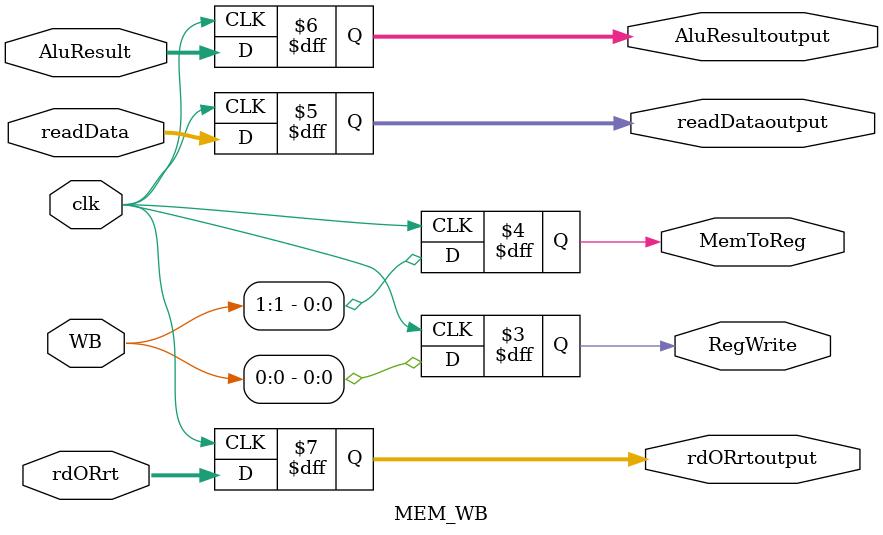
<source format=v>
module MEM_WB(WB,AluResult,readData,rdORrt,RegWrite,MemToReg,readDataoutput,AluResultoutput,rdORrtoutput,clk);

output reg RegWrite,MemToReg;
output reg [31:0] readDataoutput,AluResultoutput;
output reg [4:0]rdORrtoutput;

input [1:0]WB;
input clk ;
input   [31:0] readData,AluResult;
input [4:0] rdORrt;


initial
begin
	RegWrite=0;
	MemToReg=0;
	readDataoutput =32'b0;
	AluResultoutput=32'b0;
	rdORrtoutput =5'b0;
end


// On clock
always@(posedge clk)
    begin
        RegWrite<= WB[0];
		MemToReg <= WB[1];
		readDataoutput<=readData;
		AluResultoutput<=AluResult;
		rdORrtoutput<=rdORrt;
    end

endmodule
</source>
